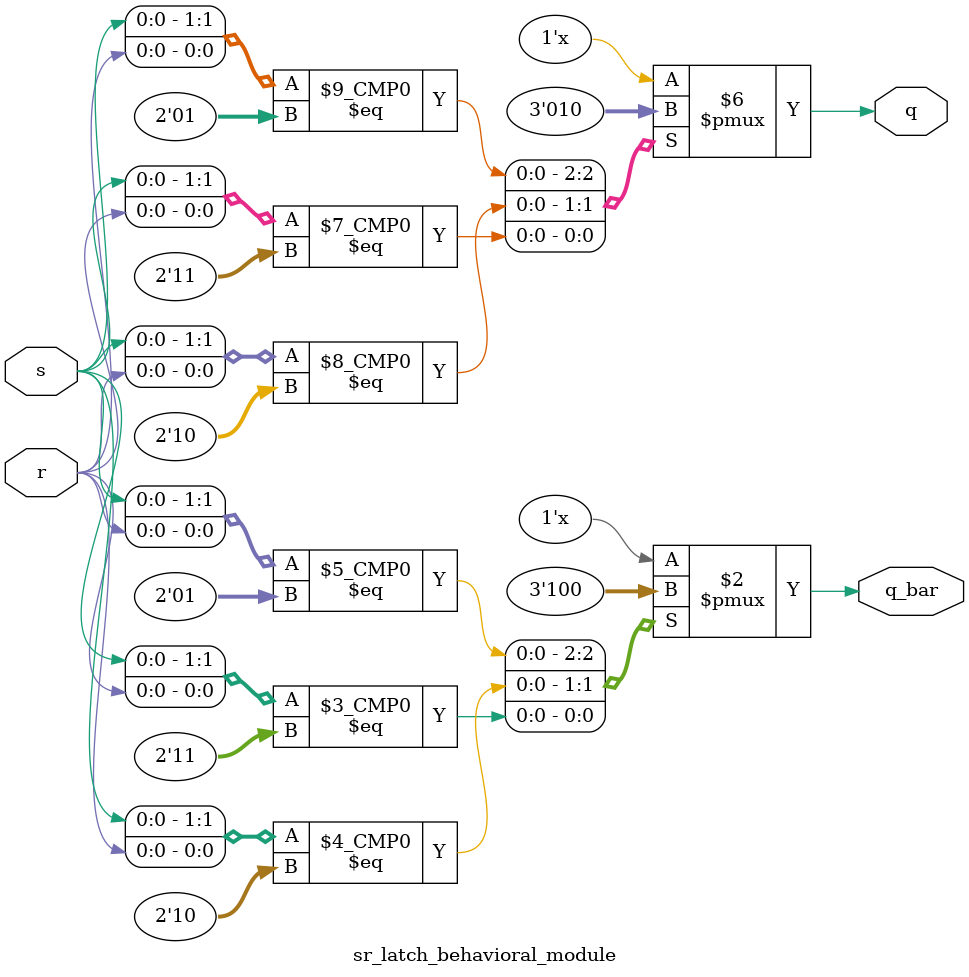
<source format=v>

module sr_latch_behavioral_module (s, r, q, q_bar);
	input s, r;

	output q, q_bar;
	reg q, q_bar;
	
	always @ (s or r)
	begin
		case({s, r})
			2'b00: begin q <= q; q_bar <= q_bar; end
			2'b01: begin q <= 1'b0; q_bar <= 1'b1; end
			2'b10: begin q <= 1'b1; q_bar <= 1'b0; end
			2'b11: begin q <= 1'b0; q_bar <= 1'b0; end
		endcase
	end
endmodule




</source>
